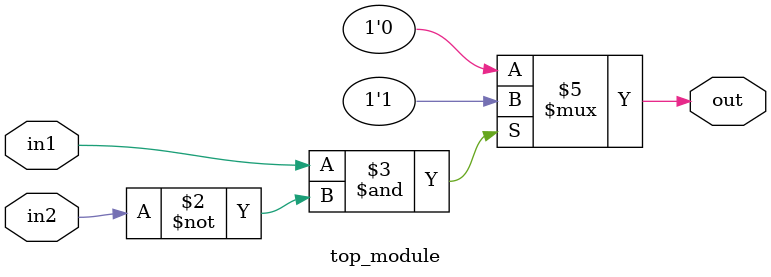
<source format=sv>
module top_module (
    input in1,
    input in2,
    output logic out
);
    always_comb begin
        if (in1 & ~in2)
            out = 1;
        else
            out = 0;
    end
endmodule

</source>
